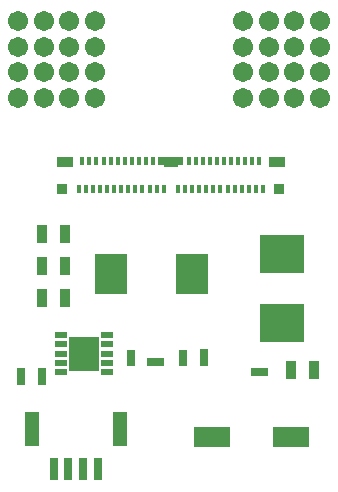
<source format=gts>
G04*
G04 #@! TF.GenerationSoftware,Altium Limited,Altium Designer,18.0.7 (293)*
G04*
G04 Layer_Color=8388736*
%FSLAX25Y25*%
%MOIN*%
G70*
G01*
G75*
%ADD29R,0.06102X0.02854*%
%ADD30R,0.03150X0.03150*%
%ADD31R,0.03900X0.02000*%
%ADD32R,0.10200X0.11800*%
%ADD33R,0.03556X0.03556*%
%ADD34R,0.01666X0.02847*%
%ADD35R,0.05524X0.03556*%
%ADD36R,0.04737X0.03556*%
%ADD37R,0.02769X0.03162*%
%ADD38R,0.03162X0.02769*%
%ADD39R,0.10642X0.13792*%
%ADD40R,0.12414X0.07099*%
%ADD41R,0.03556X0.05918*%
%ADD42R,0.03162X0.07493*%
%ADD43R,0.04737X0.11824*%
%ADD44R,0.14973X0.12611*%
%ADD45C,0.06706*%
D29*
X63484Y115837D02*
D03*
D30*
X58563Y48622D02*
D03*
X20472Y43799D02*
D03*
X74803Y50197D02*
D03*
X93012Y45276D02*
D03*
X67716Y50492D02*
D03*
X13779Y43406D02*
D03*
X50394Y50492D02*
D03*
D31*
X26870Y57874D02*
D03*
Y54724D02*
D03*
Y51575D02*
D03*
Y48425D02*
D03*
Y45276D02*
D03*
X42421D02*
D03*
Y48425D02*
D03*
Y51575D02*
D03*
Y54724D02*
D03*
Y57874D02*
D03*
X26870D02*
D03*
Y54724D02*
D03*
Y51575D02*
D03*
Y48425D02*
D03*
Y45276D02*
D03*
X42421D02*
D03*
Y48425D02*
D03*
Y51575D02*
D03*
Y54724D02*
D03*
Y57874D02*
D03*
D32*
X34646Y51575D02*
D03*
D03*
D33*
X27362Y106535D02*
D03*
X99803D02*
D03*
D34*
X68307Y106496D02*
D03*
X70669D02*
D03*
X75394D02*
D03*
X73032D02*
D03*
X82480D02*
D03*
X84842D02*
D03*
X80118D02*
D03*
X77756D02*
D03*
X91929D02*
D03*
X94291D02*
D03*
X89567D02*
D03*
X87205D02*
D03*
X65945D02*
D03*
X32874D02*
D03*
X54134D02*
D03*
X56496D02*
D03*
X61221D02*
D03*
X58858D02*
D03*
X44685D02*
D03*
X47047D02*
D03*
X51772D02*
D03*
X49409D02*
D03*
X39961D02*
D03*
X42323D02*
D03*
X37598D02*
D03*
X35236D02*
D03*
X34055Y115827D02*
D03*
X36417D02*
D03*
X41142D02*
D03*
X38780D02*
D03*
X48228D02*
D03*
X50591D02*
D03*
X45866D02*
D03*
X43504D02*
D03*
X57677D02*
D03*
X60039D02*
D03*
X55315D02*
D03*
X52953D02*
D03*
X86024D02*
D03*
X88386D02*
D03*
X93110D02*
D03*
X90748D02*
D03*
X76575D02*
D03*
X78937D02*
D03*
X83661D02*
D03*
X81299D02*
D03*
X71850D02*
D03*
X74213D02*
D03*
X69488D02*
D03*
X67126D02*
D03*
D35*
X28346Y115591D02*
D03*
X98819D02*
D03*
D36*
X63583D02*
D03*
D37*
X57087Y48622D02*
D03*
X60039D02*
D03*
X94488Y45276D02*
D03*
X91535D02*
D03*
D38*
X20472D02*
D03*
Y42323D02*
D03*
X74803Y48720D02*
D03*
Y51673D02*
D03*
X67716Y48622D02*
D03*
Y51575D02*
D03*
X13780Y45276D02*
D03*
Y42323D02*
D03*
X50394Y48622D02*
D03*
Y51575D02*
D03*
D39*
X43504Y77953D02*
D03*
X70669D02*
D03*
D40*
X77461Y23622D02*
D03*
X103642D02*
D03*
D41*
X111221Y46063D02*
D03*
X103740D02*
D03*
X28150Y91339D02*
D03*
X20669D02*
D03*
X28150Y80709D02*
D03*
X20669D02*
D03*
X28150Y70079D02*
D03*
X20669D02*
D03*
D42*
X34350Y13091D02*
D03*
X29429D02*
D03*
X39272D02*
D03*
X24508D02*
D03*
D43*
X17224Y26280D02*
D03*
X46555D02*
D03*
D44*
X100787Y84646D02*
D03*
Y61811D02*
D03*
D45*
X113307Y153858D02*
D03*
Y145354D02*
D03*
Y136850D02*
D03*
X104803Y162362D02*
D03*
Y153858D02*
D03*
Y145354D02*
D03*
Y136850D02*
D03*
X113307Y162362D02*
D03*
X96299D02*
D03*
X87795Y136850D02*
D03*
Y145354D02*
D03*
Y153858D02*
D03*
Y162362D02*
D03*
X96299Y136850D02*
D03*
Y145354D02*
D03*
Y153858D02*
D03*
X21181D02*
D03*
Y145354D02*
D03*
Y136850D02*
D03*
X12677Y162362D02*
D03*
Y153858D02*
D03*
Y145354D02*
D03*
Y136850D02*
D03*
X21181Y162362D02*
D03*
X38189D02*
D03*
X29685Y136850D02*
D03*
Y145354D02*
D03*
Y153858D02*
D03*
Y162362D02*
D03*
X38189Y136850D02*
D03*
Y145354D02*
D03*
Y153858D02*
D03*
M02*

</source>
